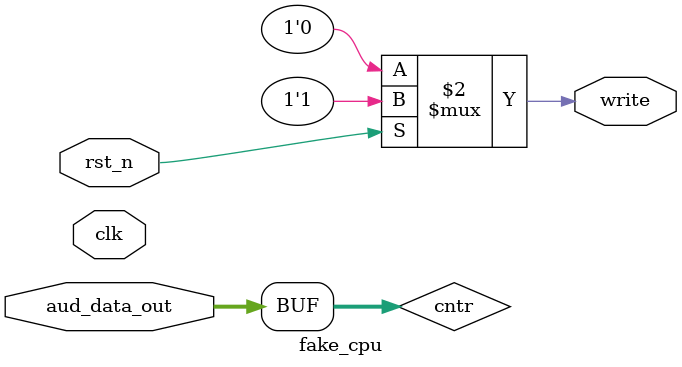
<source format=sv>
module fake_cpu(
		input rst_n, 
		input clk, 
		input[15:0] aud_data_out,
		output write
		); 

reg[15:0] cntr;

assign aud_data_out = cntr; 
assign write = (~rst_n) ? 1'b0 : 1'b1; 

always@(posedge clk) begin 
	if (~rst_n) 
		cntr <= 16'h000;  
	else if (cntr == 11'd2047)
		cntr <= 16'h000; 
	else 
		cntr <= cntr + 1; 
end 




endmodule 


</source>
